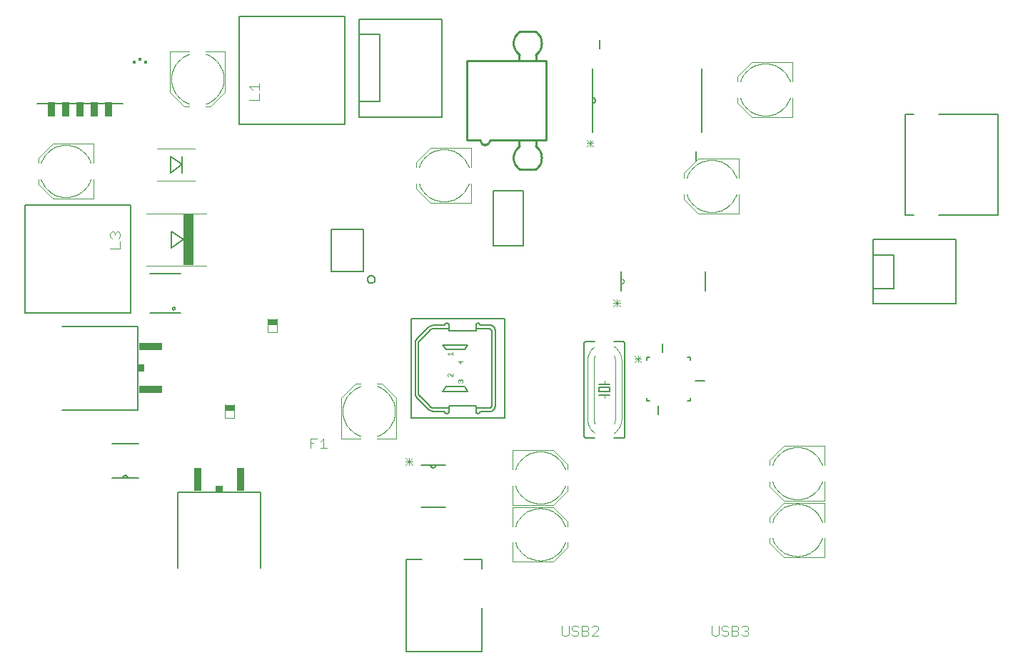
<source format=gto>
G75*
G70*
%OFA0B0*%
%FSLAX24Y24*%
%IPPOS*%
%LPD*%
%AMOC8*
5,1,8,0,0,1.08239X$1,22.5*
%
%ADD10C,0.0040*%
%ADD11C,0.0050*%
%ADD12C,0.0060*%
%ADD13C,0.0030*%
%ADD14C,0.0080*%
%ADD15R,0.0300X0.0340*%
%ADD16R,0.1102X0.0354*%
%ADD17R,0.0340X0.0300*%
%ADD18R,0.0354X0.1102*%
%ADD19R,0.0433X0.0315*%
%ADD20R,0.0380X0.0660*%
%ADD21C,0.0020*%
%ADD22C,0.0000*%
%ADD23C,0.0100*%
%ADD24R,0.0128X0.0167*%
%ADD25R,0.0138X0.0138*%
%ADD26R,0.0492X0.2441*%
D10*
X013870Y011270D02*
X013870Y011730D01*
X014177Y011730D01*
X014330Y011577D02*
X014484Y011730D01*
X014484Y011270D01*
X014637Y011270D02*
X014330Y011270D01*
X014023Y011500D02*
X013870Y011500D01*
X015320Y011720D02*
X015320Y013610D01*
X015990Y014280D01*
X016226Y014280D01*
X016974Y014280D02*
X017210Y014280D01*
X017880Y013610D01*
X017880Y011720D01*
X016974Y011720D01*
X016226Y011720D02*
X015320Y011720D01*
X016974Y011839D02*
X017038Y011861D01*
X017101Y011888D01*
X017163Y011918D01*
X017222Y011951D01*
X017280Y011987D01*
X017336Y012027D01*
X017389Y012070D01*
X017440Y012115D01*
X017488Y012163D01*
X017533Y012214D01*
X017576Y012268D01*
X017615Y012324D01*
X017652Y012381D01*
X017685Y012441D01*
X017714Y012503D01*
X017740Y012566D01*
X017763Y012630D01*
X017782Y012696D01*
X017797Y012763D01*
X017808Y012830D01*
X017816Y012898D01*
X017820Y012966D01*
X017820Y013034D01*
X017816Y013102D01*
X017808Y013170D01*
X017797Y013237D01*
X017782Y013304D01*
X017763Y013370D01*
X017740Y013434D01*
X017714Y013497D01*
X017685Y013559D01*
X017652Y013619D01*
X017615Y013676D01*
X017576Y013732D01*
X017533Y013786D01*
X017488Y013837D01*
X017440Y013885D01*
X017389Y013930D01*
X017336Y013973D01*
X017280Y014013D01*
X017222Y014049D01*
X017163Y014082D01*
X017101Y014112D01*
X017038Y014139D01*
X016974Y014161D01*
X016226Y014161D02*
X016162Y014139D01*
X016099Y014112D01*
X016037Y014082D01*
X015978Y014049D01*
X015920Y014013D01*
X015864Y013973D01*
X015811Y013930D01*
X015760Y013885D01*
X015712Y013837D01*
X015667Y013786D01*
X015624Y013732D01*
X015585Y013676D01*
X015548Y013619D01*
X015515Y013559D01*
X015486Y013497D01*
X015460Y013434D01*
X015437Y013370D01*
X015418Y013304D01*
X015403Y013237D01*
X015392Y013170D01*
X015384Y013102D01*
X015380Y013034D01*
X015380Y012966D01*
X015384Y012898D01*
X015392Y012830D01*
X015403Y012763D01*
X015418Y012696D01*
X015437Y012630D01*
X015460Y012566D01*
X015486Y012503D01*
X015515Y012441D01*
X015548Y012381D01*
X015585Y012324D01*
X015624Y012268D01*
X015667Y012214D01*
X015712Y012163D01*
X015760Y012115D01*
X015811Y012070D01*
X015864Y012027D01*
X015920Y011987D01*
X015978Y011951D01*
X016037Y011918D01*
X016099Y011888D01*
X016162Y011861D01*
X016226Y011839D01*
X010317Y012685D02*
X009883Y012685D01*
X009883Y013315D01*
X010317Y013315D02*
X010317Y012685D01*
X011883Y016685D02*
X011883Y017315D01*
X012317Y017315D02*
X012317Y016685D01*
X011883Y016685D01*
X009002Y019778D02*
X006198Y019778D01*
X004980Y020599D02*
X004980Y020906D01*
X004903Y021060D02*
X004980Y021136D01*
X004980Y021290D01*
X004903Y021367D01*
X004827Y021367D01*
X004750Y021290D01*
X004750Y021213D01*
X004750Y021290D02*
X004673Y021367D01*
X004596Y021367D01*
X004520Y021290D01*
X004520Y021136D01*
X004596Y021060D01*
X004520Y020599D02*
X004980Y020599D01*
X006198Y022222D02*
X009002Y022222D01*
X008490Y023750D02*
X006710Y023750D01*
X006710Y025250D02*
X008490Y025250D01*
X008226Y027220D02*
X007990Y027220D01*
X007320Y027890D01*
X007320Y029780D01*
X008226Y029780D01*
X008974Y029780D02*
X009880Y029780D01*
X009880Y027890D01*
X009210Y027220D01*
X008974Y027220D01*
X008226Y027339D02*
X008162Y027361D01*
X008099Y027388D01*
X008037Y027418D01*
X007978Y027451D01*
X007920Y027487D01*
X007864Y027527D01*
X007811Y027570D01*
X007760Y027615D01*
X007712Y027663D01*
X007667Y027714D01*
X007624Y027768D01*
X007585Y027824D01*
X007548Y027881D01*
X007515Y027941D01*
X007486Y028003D01*
X007460Y028066D01*
X007437Y028130D01*
X007418Y028196D01*
X007403Y028263D01*
X007392Y028330D01*
X007384Y028398D01*
X007380Y028466D01*
X007380Y028534D01*
X007384Y028602D01*
X007392Y028670D01*
X007403Y028737D01*
X007418Y028804D01*
X007437Y028870D01*
X007460Y028934D01*
X007486Y028997D01*
X007515Y029059D01*
X007548Y029119D01*
X007585Y029176D01*
X007624Y029232D01*
X007667Y029286D01*
X007712Y029337D01*
X007760Y029385D01*
X007811Y029430D01*
X007864Y029473D01*
X007920Y029513D01*
X007978Y029549D01*
X008037Y029582D01*
X008099Y029612D01*
X008162Y029639D01*
X008226Y029661D01*
X008974Y029661D02*
X009038Y029639D01*
X009101Y029612D01*
X009163Y029582D01*
X009222Y029549D01*
X009280Y029513D01*
X009336Y029473D01*
X009389Y029430D01*
X009440Y029385D01*
X009488Y029337D01*
X009533Y029286D01*
X009576Y029232D01*
X009615Y029176D01*
X009652Y029119D01*
X009685Y029059D01*
X009714Y028997D01*
X009740Y028934D01*
X009763Y028870D01*
X009782Y028804D01*
X009797Y028737D01*
X009808Y028670D01*
X009816Y028602D01*
X009820Y028534D01*
X009820Y028466D01*
X009816Y028398D01*
X009808Y028330D01*
X009797Y028263D01*
X009782Y028196D01*
X009763Y028130D01*
X009740Y028066D01*
X009714Y028003D01*
X009685Y027941D01*
X009652Y027881D01*
X009615Y027824D01*
X009576Y027768D01*
X009533Y027714D01*
X009488Y027663D01*
X009440Y027615D01*
X009389Y027570D01*
X009336Y027527D01*
X009280Y027487D01*
X009222Y027451D01*
X009163Y027418D01*
X009101Y027388D01*
X009038Y027361D01*
X008974Y027339D01*
X011020Y027520D02*
X011480Y027520D01*
X011480Y027827D01*
X011480Y027980D02*
X011480Y028287D01*
X011480Y028134D02*
X011020Y028134D01*
X011173Y027980D01*
X003730Y025480D02*
X003730Y024574D01*
X003730Y023826D02*
X003730Y022920D01*
X001840Y022920D01*
X001170Y023590D01*
X001170Y023826D01*
X001170Y024574D02*
X001170Y024810D01*
X001840Y025480D01*
X003730Y025480D01*
X003611Y024574D02*
X003589Y024638D01*
X003562Y024701D01*
X003532Y024763D01*
X003499Y024822D01*
X003463Y024880D01*
X003423Y024936D01*
X003380Y024989D01*
X003335Y025040D01*
X003287Y025088D01*
X003236Y025133D01*
X003182Y025176D01*
X003126Y025215D01*
X003069Y025252D01*
X003009Y025285D01*
X002947Y025314D01*
X002884Y025340D01*
X002820Y025363D01*
X002754Y025382D01*
X002687Y025397D01*
X002620Y025408D01*
X002552Y025416D01*
X002484Y025420D01*
X002416Y025420D01*
X002348Y025416D01*
X002280Y025408D01*
X002213Y025397D01*
X002146Y025382D01*
X002080Y025363D01*
X002016Y025340D01*
X001953Y025314D01*
X001891Y025285D01*
X001831Y025252D01*
X001774Y025215D01*
X001718Y025176D01*
X001664Y025133D01*
X001613Y025088D01*
X001565Y025040D01*
X001520Y024989D01*
X001477Y024936D01*
X001437Y024880D01*
X001401Y024822D01*
X001368Y024763D01*
X001338Y024701D01*
X001311Y024638D01*
X001289Y024574D01*
X001289Y023826D02*
X001311Y023762D01*
X001338Y023699D01*
X001368Y023637D01*
X001401Y023578D01*
X001437Y023520D01*
X001477Y023464D01*
X001520Y023411D01*
X001565Y023360D01*
X001613Y023312D01*
X001664Y023267D01*
X001718Y023224D01*
X001774Y023185D01*
X001831Y023148D01*
X001891Y023115D01*
X001953Y023086D01*
X002016Y023060D01*
X002080Y023037D01*
X002146Y023018D01*
X002213Y023003D01*
X002280Y022992D01*
X002348Y022984D01*
X002416Y022980D01*
X002484Y022980D01*
X002552Y022984D01*
X002620Y022992D01*
X002687Y023003D01*
X002754Y023018D01*
X002820Y023037D01*
X002884Y023060D01*
X002947Y023086D01*
X003009Y023115D01*
X003069Y023148D01*
X003126Y023185D01*
X003182Y023224D01*
X003236Y023267D01*
X003287Y023312D01*
X003335Y023360D01*
X003380Y023411D01*
X003423Y023464D01*
X003463Y023520D01*
X003499Y023578D01*
X003532Y023637D01*
X003562Y023699D01*
X003589Y023762D01*
X003611Y023826D01*
X018820Y023626D02*
X018820Y023390D01*
X019490Y022720D01*
X021380Y022720D01*
X021380Y023626D01*
X021380Y024374D02*
X021380Y025280D01*
X019490Y025280D01*
X018820Y024610D01*
X018820Y024374D01*
X018939Y024374D02*
X018961Y024438D01*
X018988Y024501D01*
X019018Y024563D01*
X019051Y024622D01*
X019087Y024680D01*
X019127Y024736D01*
X019170Y024789D01*
X019215Y024840D01*
X019263Y024888D01*
X019314Y024933D01*
X019368Y024976D01*
X019424Y025015D01*
X019481Y025052D01*
X019541Y025085D01*
X019603Y025114D01*
X019666Y025140D01*
X019730Y025163D01*
X019796Y025182D01*
X019863Y025197D01*
X019930Y025208D01*
X019998Y025216D01*
X020066Y025220D01*
X020134Y025220D01*
X020202Y025216D01*
X020270Y025208D01*
X020337Y025197D01*
X020404Y025182D01*
X020470Y025163D01*
X020534Y025140D01*
X020597Y025114D01*
X020659Y025085D01*
X020719Y025052D01*
X020776Y025015D01*
X020832Y024976D01*
X020886Y024933D01*
X020937Y024888D01*
X020985Y024840D01*
X021030Y024789D01*
X021073Y024736D01*
X021113Y024680D01*
X021149Y024622D01*
X021182Y024563D01*
X021212Y024501D01*
X021239Y024438D01*
X021261Y024374D01*
X021261Y023626D02*
X021239Y023562D01*
X021212Y023499D01*
X021182Y023437D01*
X021149Y023378D01*
X021113Y023320D01*
X021073Y023264D01*
X021030Y023211D01*
X020985Y023160D01*
X020937Y023112D01*
X020886Y023067D01*
X020832Y023024D01*
X020776Y022985D01*
X020719Y022948D01*
X020659Y022915D01*
X020597Y022886D01*
X020534Y022860D01*
X020470Y022837D01*
X020404Y022818D01*
X020337Y022803D01*
X020270Y022792D01*
X020202Y022784D01*
X020134Y022780D01*
X020066Y022780D01*
X019998Y022784D01*
X019930Y022792D01*
X019863Y022803D01*
X019796Y022818D01*
X019730Y022837D01*
X019666Y022860D01*
X019603Y022886D01*
X019541Y022915D01*
X019481Y022948D01*
X019424Y022985D01*
X019368Y023024D01*
X019314Y023067D01*
X019263Y023112D01*
X019215Y023160D01*
X019170Y023211D01*
X019127Y023264D01*
X019087Y023320D01*
X019051Y023378D01*
X019018Y023437D01*
X018988Y023499D01*
X018961Y023562D01*
X018939Y023626D01*
X031320Y023874D02*
X031320Y024110D01*
X031990Y024780D01*
X033880Y024780D01*
X033880Y023874D01*
X033880Y023126D02*
X033880Y022220D01*
X031990Y022220D01*
X031320Y022890D01*
X031320Y023126D01*
X031439Y023874D02*
X031461Y023938D01*
X031488Y024001D01*
X031518Y024063D01*
X031551Y024122D01*
X031587Y024180D01*
X031627Y024236D01*
X031670Y024289D01*
X031715Y024340D01*
X031763Y024388D01*
X031814Y024433D01*
X031868Y024476D01*
X031924Y024515D01*
X031981Y024552D01*
X032041Y024585D01*
X032103Y024614D01*
X032166Y024640D01*
X032230Y024663D01*
X032296Y024682D01*
X032363Y024697D01*
X032430Y024708D01*
X032498Y024716D01*
X032566Y024720D01*
X032634Y024720D01*
X032702Y024716D01*
X032770Y024708D01*
X032837Y024697D01*
X032904Y024682D01*
X032970Y024663D01*
X033034Y024640D01*
X033097Y024614D01*
X033159Y024585D01*
X033219Y024552D01*
X033276Y024515D01*
X033332Y024476D01*
X033386Y024433D01*
X033437Y024388D01*
X033485Y024340D01*
X033530Y024289D01*
X033573Y024236D01*
X033613Y024180D01*
X033649Y024122D01*
X033682Y024063D01*
X033712Y024001D01*
X033739Y023938D01*
X033761Y023874D01*
X033761Y023126D02*
X033739Y023062D01*
X033712Y022999D01*
X033682Y022937D01*
X033649Y022878D01*
X033613Y022820D01*
X033573Y022764D01*
X033530Y022711D01*
X033485Y022660D01*
X033437Y022612D01*
X033386Y022567D01*
X033332Y022524D01*
X033276Y022485D01*
X033219Y022448D01*
X033159Y022415D01*
X033097Y022386D01*
X033034Y022360D01*
X032970Y022337D01*
X032904Y022318D01*
X032837Y022303D01*
X032770Y022292D01*
X032702Y022284D01*
X032634Y022280D01*
X032566Y022280D01*
X032498Y022284D01*
X032430Y022292D01*
X032363Y022303D01*
X032296Y022318D01*
X032230Y022337D01*
X032166Y022360D01*
X032103Y022386D01*
X032041Y022415D01*
X031981Y022448D01*
X031924Y022485D01*
X031868Y022524D01*
X031814Y022567D01*
X031763Y022612D01*
X031715Y022660D01*
X031670Y022711D01*
X031627Y022764D01*
X031587Y022820D01*
X031551Y022878D01*
X031518Y022937D01*
X031488Y022999D01*
X031461Y023062D01*
X031439Y023126D01*
X034490Y026720D02*
X033820Y027390D01*
X033820Y027626D01*
X033820Y028374D02*
X033820Y028610D01*
X034490Y029280D01*
X036380Y029280D01*
X036380Y028374D01*
X036380Y027626D02*
X036380Y026720D01*
X034490Y026720D01*
X033939Y028374D02*
X033961Y028438D01*
X033988Y028501D01*
X034018Y028563D01*
X034051Y028622D01*
X034087Y028680D01*
X034127Y028736D01*
X034170Y028789D01*
X034215Y028840D01*
X034263Y028888D01*
X034314Y028933D01*
X034368Y028976D01*
X034424Y029015D01*
X034481Y029052D01*
X034541Y029085D01*
X034603Y029114D01*
X034666Y029140D01*
X034730Y029163D01*
X034796Y029182D01*
X034863Y029197D01*
X034930Y029208D01*
X034998Y029216D01*
X035066Y029220D01*
X035134Y029220D01*
X035202Y029216D01*
X035270Y029208D01*
X035337Y029197D01*
X035404Y029182D01*
X035470Y029163D01*
X035534Y029140D01*
X035597Y029114D01*
X035659Y029085D01*
X035719Y029052D01*
X035776Y029015D01*
X035832Y028976D01*
X035886Y028933D01*
X035937Y028888D01*
X035985Y028840D01*
X036030Y028789D01*
X036073Y028736D01*
X036113Y028680D01*
X036149Y028622D01*
X036182Y028563D01*
X036212Y028501D01*
X036239Y028438D01*
X036261Y028374D01*
X036261Y027626D02*
X036239Y027562D01*
X036212Y027499D01*
X036182Y027437D01*
X036149Y027378D01*
X036113Y027320D01*
X036073Y027264D01*
X036030Y027211D01*
X035985Y027160D01*
X035937Y027112D01*
X035886Y027067D01*
X035832Y027024D01*
X035776Y026985D01*
X035719Y026948D01*
X035659Y026915D01*
X035597Y026886D01*
X035534Y026860D01*
X035470Y026837D01*
X035404Y026818D01*
X035337Y026803D01*
X035270Y026792D01*
X035202Y026784D01*
X035134Y026780D01*
X035066Y026780D01*
X034998Y026784D01*
X034930Y026792D01*
X034863Y026803D01*
X034796Y026818D01*
X034730Y026837D01*
X034666Y026860D01*
X034603Y026886D01*
X034541Y026915D01*
X034481Y026948D01*
X034424Y026985D01*
X034368Y027024D01*
X034314Y027067D01*
X034263Y027112D01*
X034215Y027160D01*
X034170Y027211D01*
X034127Y027264D01*
X034087Y027320D01*
X034051Y027378D01*
X034018Y027437D01*
X033988Y027499D01*
X033961Y027562D01*
X033939Y027626D01*
X035990Y011380D02*
X037880Y011380D01*
X037880Y010474D01*
X037880Y009726D02*
X037880Y008820D01*
X035990Y008820D01*
X035320Y009490D01*
X035320Y009726D01*
X035990Y008730D02*
X037880Y008730D01*
X037880Y007824D01*
X037880Y007076D02*
X037880Y006170D01*
X035990Y006170D01*
X035320Y006840D01*
X035320Y007076D01*
X035320Y007824D02*
X035320Y008060D01*
X035990Y008730D01*
X035439Y010474D02*
X035461Y010538D01*
X035488Y010601D01*
X035518Y010663D01*
X035551Y010722D01*
X035587Y010780D01*
X035627Y010836D01*
X035670Y010889D01*
X035715Y010940D01*
X035763Y010988D01*
X035814Y011033D01*
X035868Y011076D01*
X035924Y011115D01*
X035981Y011152D01*
X036041Y011185D01*
X036103Y011214D01*
X036166Y011240D01*
X036230Y011263D01*
X036296Y011282D01*
X036363Y011297D01*
X036430Y011308D01*
X036498Y011316D01*
X036566Y011320D01*
X036634Y011320D01*
X036702Y011316D01*
X036770Y011308D01*
X036837Y011297D01*
X036904Y011282D01*
X036970Y011263D01*
X037034Y011240D01*
X037097Y011214D01*
X037159Y011185D01*
X037219Y011152D01*
X037276Y011115D01*
X037332Y011076D01*
X037386Y011033D01*
X037437Y010988D01*
X037485Y010940D01*
X037530Y010889D01*
X037573Y010836D01*
X037613Y010780D01*
X037649Y010722D01*
X037682Y010663D01*
X037712Y010601D01*
X037739Y010538D01*
X037761Y010474D01*
X037761Y009726D02*
X037739Y009662D01*
X037712Y009599D01*
X037682Y009537D01*
X037649Y009478D01*
X037613Y009420D01*
X037573Y009364D01*
X037530Y009311D01*
X037485Y009260D01*
X037437Y009212D01*
X037386Y009167D01*
X037332Y009124D01*
X037276Y009085D01*
X037219Y009048D01*
X037159Y009015D01*
X037097Y008986D01*
X037034Y008960D01*
X036970Y008937D01*
X036904Y008918D01*
X036837Y008903D01*
X036770Y008892D01*
X036702Y008884D01*
X036634Y008880D01*
X036566Y008880D01*
X036498Y008884D01*
X036430Y008892D01*
X036363Y008903D01*
X036296Y008918D01*
X036230Y008937D01*
X036166Y008960D01*
X036103Y008986D01*
X036041Y009015D01*
X035981Y009048D01*
X035924Y009085D01*
X035868Y009124D01*
X035814Y009167D01*
X035763Y009212D01*
X035715Y009260D01*
X035670Y009311D01*
X035627Y009364D01*
X035587Y009420D01*
X035551Y009478D01*
X035518Y009537D01*
X035488Y009599D01*
X035461Y009662D01*
X035439Y009726D01*
X035320Y010474D02*
X035320Y010710D01*
X035990Y011380D01*
X035439Y007076D02*
X035461Y007012D01*
X035488Y006949D01*
X035518Y006887D01*
X035551Y006828D01*
X035587Y006770D01*
X035627Y006714D01*
X035670Y006661D01*
X035715Y006610D01*
X035763Y006562D01*
X035814Y006517D01*
X035868Y006474D01*
X035924Y006435D01*
X035981Y006398D01*
X036041Y006365D01*
X036103Y006336D01*
X036166Y006310D01*
X036230Y006287D01*
X036296Y006268D01*
X036363Y006253D01*
X036430Y006242D01*
X036498Y006234D01*
X036566Y006230D01*
X036634Y006230D01*
X036702Y006234D01*
X036770Y006242D01*
X036837Y006253D01*
X036904Y006268D01*
X036970Y006287D01*
X037034Y006310D01*
X037097Y006336D01*
X037159Y006365D01*
X037219Y006398D01*
X037276Y006435D01*
X037332Y006474D01*
X037386Y006517D01*
X037437Y006562D01*
X037485Y006610D01*
X037530Y006661D01*
X037573Y006714D01*
X037613Y006770D01*
X037649Y006828D01*
X037682Y006887D01*
X037712Y006949D01*
X037739Y007012D01*
X037761Y007076D01*
X037761Y007824D02*
X037739Y007888D01*
X037712Y007951D01*
X037682Y008013D01*
X037649Y008072D01*
X037613Y008130D01*
X037573Y008186D01*
X037530Y008239D01*
X037485Y008290D01*
X037437Y008338D01*
X037386Y008383D01*
X037332Y008426D01*
X037276Y008465D01*
X037219Y008502D01*
X037159Y008535D01*
X037097Y008564D01*
X037034Y008590D01*
X036970Y008613D01*
X036904Y008632D01*
X036837Y008647D01*
X036770Y008658D01*
X036702Y008666D01*
X036634Y008670D01*
X036566Y008670D01*
X036498Y008666D01*
X036430Y008658D01*
X036363Y008647D01*
X036296Y008632D01*
X036230Y008613D01*
X036166Y008590D01*
X036103Y008564D01*
X036041Y008535D01*
X035981Y008502D01*
X035924Y008465D01*
X035868Y008426D01*
X035814Y008383D01*
X035763Y008338D01*
X035715Y008290D01*
X035670Y008239D01*
X035627Y008186D01*
X035587Y008130D01*
X035551Y008072D01*
X035518Y008013D01*
X035488Y007951D01*
X035461Y007888D01*
X035439Y007824D01*
X034231Y002980D02*
X034308Y002904D01*
X034308Y002827D01*
X034231Y002750D01*
X034308Y002673D01*
X034308Y002597D01*
X034231Y002520D01*
X034078Y002520D01*
X034001Y002597D01*
X033848Y002597D02*
X033771Y002520D01*
X033541Y002520D01*
X033541Y002980D01*
X033771Y002980D01*
X033848Y002904D01*
X033848Y002827D01*
X033771Y002750D01*
X033541Y002750D01*
X033387Y002673D02*
X033387Y002597D01*
X033311Y002520D01*
X033157Y002520D01*
X033080Y002597D01*
X032927Y002597D02*
X032927Y002980D01*
X033080Y002904D02*
X033080Y002827D01*
X033157Y002750D01*
X033311Y002750D01*
X033387Y002673D01*
X033387Y002904D02*
X033311Y002980D01*
X033157Y002980D01*
X033080Y002904D01*
X032927Y002597D02*
X032850Y002520D01*
X032697Y002520D01*
X032620Y002597D01*
X032620Y002980D01*
X033771Y002750D02*
X033848Y002673D01*
X033848Y002597D01*
X034155Y002750D02*
X034231Y002750D01*
X034231Y002980D02*
X034078Y002980D01*
X034001Y002904D01*
X027308Y002904D02*
X027231Y002980D01*
X027078Y002980D01*
X027001Y002904D01*
X026848Y002904D02*
X026848Y002827D01*
X026771Y002750D01*
X026541Y002750D01*
X026387Y002673D02*
X026387Y002597D01*
X026311Y002520D01*
X026157Y002520D01*
X026080Y002597D01*
X025927Y002597D02*
X025927Y002980D01*
X026080Y002904D02*
X026080Y002827D01*
X026157Y002750D01*
X026311Y002750D01*
X026387Y002673D01*
X026541Y002520D02*
X026541Y002980D01*
X026771Y002980D01*
X026848Y002904D01*
X026771Y002750D02*
X026848Y002673D01*
X026848Y002597D01*
X026771Y002520D01*
X026541Y002520D01*
X026387Y002904D02*
X026311Y002980D01*
X026157Y002980D01*
X026080Y002904D01*
X025927Y002597D02*
X025850Y002520D01*
X025697Y002520D01*
X025620Y002597D01*
X025620Y002980D01*
X027001Y002520D02*
X027308Y002827D01*
X027308Y002904D01*
X027308Y002520D02*
X027001Y002520D01*
X025210Y005970D02*
X023320Y005970D01*
X023320Y006876D01*
X023320Y007624D02*
X023320Y008530D01*
X025210Y008530D01*
X025880Y007860D01*
X025880Y007624D01*
X025880Y006876D02*
X025880Y006640D01*
X025210Y005970D01*
X025761Y007624D02*
X025739Y007688D01*
X025712Y007751D01*
X025682Y007813D01*
X025649Y007872D01*
X025613Y007930D01*
X025573Y007986D01*
X025530Y008039D01*
X025485Y008090D01*
X025437Y008138D01*
X025386Y008183D01*
X025332Y008226D01*
X025276Y008265D01*
X025219Y008302D01*
X025159Y008335D01*
X025097Y008364D01*
X025034Y008390D01*
X024970Y008413D01*
X024904Y008432D01*
X024837Y008447D01*
X024770Y008458D01*
X024702Y008466D01*
X024634Y008470D01*
X024566Y008470D01*
X024498Y008466D01*
X024430Y008458D01*
X024363Y008447D01*
X024296Y008432D01*
X024230Y008413D01*
X024166Y008390D01*
X024103Y008364D01*
X024041Y008335D01*
X023981Y008302D01*
X023924Y008265D01*
X023868Y008226D01*
X023814Y008183D01*
X023763Y008138D01*
X023715Y008090D01*
X023670Y008039D01*
X023627Y007986D01*
X023587Y007930D01*
X023551Y007872D01*
X023518Y007813D01*
X023488Y007751D01*
X023461Y007688D01*
X023439Y007624D01*
X023320Y008620D02*
X023320Y009526D01*
X023320Y010274D02*
X023320Y011180D01*
X025210Y011180D01*
X025880Y010510D01*
X025880Y010274D01*
X025880Y009526D02*
X025880Y009290D01*
X025210Y008620D01*
X023320Y008620D01*
X023439Y010274D02*
X023461Y010338D01*
X023488Y010401D01*
X023518Y010463D01*
X023551Y010522D01*
X023587Y010580D01*
X023627Y010636D01*
X023670Y010689D01*
X023715Y010740D01*
X023763Y010788D01*
X023814Y010833D01*
X023868Y010876D01*
X023924Y010915D01*
X023981Y010952D01*
X024041Y010985D01*
X024103Y011014D01*
X024166Y011040D01*
X024230Y011063D01*
X024296Y011082D01*
X024363Y011097D01*
X024430Y011108D01*
X024498Y011116D01*
X024566Y011120D01*
X024634Y011120D01*
X024702Y011116D01*
X024770Y011108D01*
X024837Y011097D01*
X024904Y011082D01*
X024970Y011063D01*
X025034Y011040D01*
X025097Y011014D01*
X025159Y010985D01*
X025219Y010952D01*
X025276Y010915D01*
X025332Y010876D01*
X025386Y010833D01*
X025437Y010788D01*
X025485Y010740D01*
X025530Y010689D01*
X025573Y010636D01*
X025613Y010580D01*
X025649Y010522D01*
X025682Y010463D01*
X025712Y010401D01*
X025739Y010338D01*
X025761Y010274D01*
X025761Y009526D02*
X025739Y009462D01*
X025712Y009399D01*
X025682Y009337D01*
X025649Y009278D01*
X025613Y009220D01*
X025573Y009164D01*
X025530Y009111D01*
X025485Y009060D01*
X025437Y009012D01*
X025386Y008967D01*
X025332Y008924D01*
X025276Y008885D01*
X025219Y008848D01*
X025159Y008815D01*
X025097Y008786D01*
X025034Y008760D01*
X024970Y008737D01*
X024904Y008718D01*
X024837Y008703D01*
X024770Y008692D01*
X024702Y008684D01*
X024634Y008680D01*
X024566Y008680D01*
X024498Y008684D01*
X024430Y008692D01*
X024363Y008703D01*
X024296Y008718D01*
X024230Y008737D01*
X024166Y008760D01*
X024103Y008786D01*
X024041Y008815D01*
X023981Y008848D01*
X023924Y008885D01*
X023868Y008924D01*
X023814Y008967D01*
X023763Y009012D01*
X023715Y009060D01*
X023670Y009111D01*
X023627Y009164D01*
X023587Y009220D01*
X023551Y009278D01*
X023518Y009337D01*
X023488Y009399D01*
X023461Y009462D01*
X023439Y009526D01*
X023439Y006876D02*
X023461Y006812D01*
X023488Y006749D01*
X023518Y006687D01*
X023551Y006628D01*
X023587Y006570D01*
X023627Y006514D01*
X023670Y006461D01*
X023715Y006410D01*
X023763Y006362D01*
X023814Y006317D01*
X023868Y006274D01*
X023924Y006235D01*
X023981Y006198D01*
X024041Y006165D01*
X024103Y006136D01*
X024166Y006110D01*
X024230Y006087D01*
X024296Y006068D01*
X024363Y006053D01*
X024430Y006042D01*
X024498Y006034D01*
X024566Y006030D01*
X024634Y006030D01*
X024702Y006034D01*
X024770Y006042D01*
X024837Y006053D01*
X024904Y006068D01*
X024970Y006087D01*
X025034Y006110D01*
X025097Y006136D01*
X025159Y006165D01*
X025219Y006198D01*
X025276Y006235D01*
X025332Y006274D01*
X025386Y006317D01*
X025437Y006362D01*
X025485Y006410D01*
X025530Y006461D01*
X025573Y006514D01*
X025613Y006570D01*
X025649Y006628D01*
X025682Y006687D01*
X025712Y006749D01*
X025739Y006812D01*
X025761Y006876D01*
D11*
X005461Y017571D02*
X005461Y022610D01*
X000539Y022610D01*
X000539Y017571D01*
X005461Y017571D01*
X010539Y026390D02*
X015461Y026390D01*
X015461Y031429D01*
X010539Y031429D01*
X010539Y026390D01*
D12*
X014859Y021490D02*
X014859Y019510D01*
X016341Y019510D01*
X016341Y021490D01*
X014859Y021490D01*
X016530Y019151D02*
X016532Y019177D01*
X016538Y019203D01*
X016547Y019227D01*
X016560Y019250D01*
X016576Y019271D01*
X016595Y019289D01*
X016616Y019305D01*
X016640Y019317D01*
X016664Y019325D01*
X016690Y019330D01*
X016717Y019331D01*
X016743Y019328D01*
X016768Y019321D01*
X016792Y019311D01*
X016815Y019297D01*
X016835Y019281D01*
X016852Y019261D01*
X016867Y019239D01*
X016878Y019215D01*
X016886Y019190D01*
X016890Y019164D01*
X016890Y019138D01*
X016886Y019112D01*
X016878Y019087D01*
X016867Y019063D01*
X016852Y019041D01*
X016835Y019021D01*
X016815Y019005D01*
X016792Y018991D01*
X016768Y018981D01*
X016743Y018974D01*
X016717Y018971D01*
X016690Y018972D01*
X016664Y018977D01*
X016640Y018985D01*
X016616Y018997D01*
X016595Y019013D01*
X016576Y019031D01*
X016560Y019052D01*
X016547Y019075D01*
X016538Y019099D01*
X016532Y019125D01*
X016530Y019151D01*
X007810Y019430D02*
X006390Y019430D01*
X006390Y017570D02*
X007810Y017570D01*
X005844Y011492D02*
X004624Y011492D01*
X004624Y009886D02*
X005114Y009886D01*
X005354Y009886D01*
X005844Y009886D01*
X005354Y009886D02*
X005352Y009907D01*
X005347Y009927D01*
X005338Y009946D01*
X005326Y009963D01*
X005311Y009978D01*
X005294Y009990D01*
X005275Y009999D01*
X005255Y010004D01*
X005234Y010006D01*
X005213Y010004D01*
X005193Y009999D01*
X005174Y009990D01*
X005157Y009978D01*
X005142Y009963D01*
X005130Y009946D01*
X005121Y009927D01*
X005116Y009907D01*
X005114Y009886D01*
X019040Y010480D02*
X019480Y010480D01*
X019720Y010480D01*
X020160Y010480D01*
X019720Y010480D02*
X019718Y010459D01*
X019713Y010439D01*
X019704Y010420D01*
X019692Y010403D01*
X019677Y010388D01*
X019660Y010376D01*
X019641Y010367D01*
X019621Y010362D01*
X019600Y010360D01*
X019579Y010362D01*
X019559Y010367D01*
X019540Y010376D01*
X019523Y010388D01*
X019508Y010403D01*
X019496Y010420D01*
X019487Y010439D01*
X019482Y010459D01*
X019480Y010480D01*
X019040Y008520D02*
X020160Y008520D01*
X026650Y011850D02*
X026650Y016150D01*
X026652Y016167D01*
X026656Y016184D01*
X026663Y016200D01*
X026673Y016214D01*
X026686Y016227D01*
X026700Y016237D01*
X026716Y016244D01*
X026733Y016248D01*
X026750Y016250D01*
X027150Y016250D01*
X028050Y016250D02*
X028450Y016250D01*
X028467Y016248D01*
X028484Y016244D01*
X028500Y016237D01*
X028514Y016227D01*
X028527Y016214D01*
X028537Y016200D01*
X028544Y016184D01*
X028548Y016167D01*
X028550Y016150D01*
X028550Y011850D01*
X028548Y011833D01*
X028544Y011816D01*
X028537Y011800D01*
X028527Y011786D01*
X028514Y011773D01*
X028500Y011763D01*
X028484Y011756D01*
X028467Y011752D01*
X028450Y011750D01*
X028050Y011750D01*
X027150Y011750D02*
X026750Y011750D01*
X026733Y011752D01*
X026716Y011756D01*
X026700Y011763D01*
X026686Y011773D01*
X026673Y011786D01*
X026663Y011800D01*
X026656Y011816D01*
X026652Y011833D01*
X026650Y011850D01*
X027350Y013750D02*
X027600Y013750D01*
X027850Y013750D01*
X027850Y013900D02*
X027850Y014100D01*
X027350Y014100D01*
X027350Y013900D01*
X027850Y013900D01*
X027850Y014250D02*
X027600Y014250D01*
X027350Y014250D01*
X029590Y013620D02*
X029590Y013490D01*
X029720Y013490D01*
X030110Y013260D02*
X030110Y012850D01*
X031480Y013490D02*
X031610Y013490D01*
X031610Y013620D01*
X031850Y014400D02*
X032260Y014400D01*
X031610Y015380D02*
X031610Y015510D01*
X031480Y015510D01*
X030310Y015760D02*
X030310Y016160D01*
X029720Y015510D02*
X029590Y015510D01*
X029590Y015380D01*
X028380Y018600D02*
X028380Y018940D01*
X028380Y019180D01*
X028380Y019510D01*
X032320Y019510D02*
X032320Y018600D01*
X031870Y024680D02*
X031870Y025100D01*
X032150Y026010D02*
X032150Y028990D01*
X027360Y029900D02*
X027360Y030320D01*
X027050Y028990D02*
X027050Y027620D01*
X027050Y027380D01*
X027050Y026010D01*
X027050Y027380D02*
X027071Y027382D01*
X027091Y027387D01*
X027110Y027396D01*
X027127Y027408D01*
X027142Y027423D01*
X027154Y027440D01*
X027163Y027459D01*
X027168Y027479D01*
X027170Y027500D01*
X027168Y027521D01*
X027163Y027541D01*
X027154Y027560D01*
X027142Y027577D01*
X027127Y027592D01*
X027110Y027604D01*
X027091Y027613D01*
X027071Y027618D01*
X027050Y027620D01*
D13*
X027087Y025659D02*
X026773Y025345D01*
X026930Y025345D02*
X026930Y025659D01*
X026773Y025659D02*
X027087Y025345D01*
X027087Y025502D02*
X026773Y025502D01*
X028023Y018209D02*
X028337Y017895D01*
X028337Y018052D02*
X028023Y018052D01*
X028023Y017895D02*
X028337Y018209D01*
X028180Y018209D02*
X028180Y017895D01*
X029005Y015597D02*
X029319Y015283D01*
X029162Y015283D02*
X029162Y015597D01*
X029319Y015597D02*
X029005Y015283D01*
X029005Y015440D02*
X029319Y015440D01*
X018629Y010807D02*
X018315Y010493D01*
X018472Y010493D02*
X018472Y010807D01*
X018315Y010807D02*
X018629Y010493D01*
X018629Y010650D02*
X018315Y010650D01*
D14*
X007664Y009224D02*
X007664Y005679D01*
X011536Y005679D02*
X011536Y009224D01*
X007664Y009224D01*
X005824Y013064D02*
X002279Y013064D01*
X005824Y013064D02*
X005824Y016936D01*
X002279Y016936D01*
X007433Y017790D02*
X007435Y017805D01*
X007441Y017818D01*
X007450Y017830D01*
X007461Y017839D01*
X007475Y017845D01*
X007490Y017847D01*
X007505Y017845D01*
X007518Y017839D01*
X007530Y017830D01*
X007539Y017819D01*
X007545Y017805D01*
X007547Y017790D01*
X007545Y017775D01*
X007539Y017762D01*
X007530Y017750D01*
X007519Y017741D01*
X007505Y017735D01*
X007490Y017733D01*
X007475Y017735D01*
X007462Y017741D01*
X007450Y017750D01*
X007441Y017761D01*
X007435Y017775D01*
X007433Y017790D01*
X007386Y020606D02*
X007386Y021394D01*
X007927Y021000D01*
X007386Y020606D01*
X007347Y024106D02*
X007347Y024894D01*
X007887Y024500D01*
X007347Y024106D01*
X007887Y024106D02*
X007887Y024894D01*
X005106Y027366D02*
X001094Y027366D01*
X016151Y027439D02*
X016151Y026730D01*
X020000Y026730D01*
X020000Y031280D01*
X016151Y031280D01*
X016151Y030571D01*
X017106Y030571D01*
X017106Y027439D01*
X016151Y027439D01*
X016151Y030571D01*
X022400Y023290D02*
X022400Y020710D01*
X023800Y020710D01*
X023800Y023290D01*
X022400Y023290D01*
X022948Y017333D02*
X018578Y017333D01*
X018578Y012667D01*
X022948Y012667D01*
X022948Y017333D01*
X022508Y016726D02*
X022508Y013274D01*
X022350Y013314D02*
X022350Y016686D01*
X022509Y016726D02*
X022507Y016759D01*
X022502Y016792D01*
X022492Y016824D01*
X022479Y016855D01*
X022463Y016885D01*
X022444Y016912D01*
X022422Y016937D01*
X022397Y016959D01*
X022370Y016978D01*
X022340Y016994D01*
X022309Y017007D01*
X022277Y017017D01*
X022244Y017022D01*
X022211Y017024D01*
X022211Y017023D02*
X021794Y017023D01*
X021788Y017042D01*
X021779Y017059D01*
X021767Y017074D01*
X021751Y017086D01*
X021734Y017095D01*
X021715Y017101D01*
X021696Y017103D01*
X021676Y017101D01*
X021658Y017095D01*
X021640Y017086D01*
X021625Y017074D01*
X021613Y017059D01*
X021604Y017041D01*
X021598Y017022D01*
X021596Y017003D01*
X021596Y016745D01*
X020346Y016745D01*
X020346Y016864D01*
X019652Y016864D01*
X019712Y017023D02*
X020128Y017023D01*
X020133Y017041D01*
X020141Y017059D01*
X020152Y017074D01*
X020166Y017088D01*
X020181Y017099D01*
X020199Y017107D01*
X020217Y017111D01*
X020236Y017113D01*
X020255Y017111D01*
X020274Y017106D01*
X020291Y017098D01*
X020307Y017087D01*
X020320Y017074D01*
X020331Y017058D01*
X020339Y017041D01*
X020344Y017022D01*
X020346Y017003D01*
X020346Y016884D01*
X019652Y016865D02*
X019621Y016863D01*
X019591Y016858D01*
X019561Y016850D01*
X019532Y016839D01*
X019505Y016825D01*
X019479Y016808D01*
X019455Y016788D01*
X019434Y016766D01*
X019434Y016765D02*
X018998Y016329D01*
X018879Y016428D02*
X019315Y016864D01*
X019316Y016864D02*
X019348Y016894D01*
X019383Y016921D01*
X019419Y016945D01*
X019458Y016966D01*
X019498Y016984D01*
X019539Y016999D01*
X019581Y017010D01*
X019625Y017018D01*
X019668Y017022D01*
X019712Y017023D01*
X020049Y016091D02*
X020207Y015873D01*
X021060Y015873D01*
X021219Y016091D01*
X020049Y016091D01*
X018879Y016428D02*
X018852Y016397D01*
X018828Y016364D01*
X018808Y016328D01*
X018791Y016291D01*
X018777Y016252D01*
X018768Y016213D01*
X018762Y016172D01*
X018760Y016131D01*
X018760Y013869D01*
X018918Y013869D02*
X018918Y016131D01*
X018918Y016130D02*
X018917Y016158D01*
X018920Y016185D01*
X018925Y016213D01*
X018934Y016239D01*
X018946Y016264D01*
X018960Y016287D01*
X018978Y016309D01*
X018997Y016329D01*
X021616Y016864D02*
X022171Y016864D01*
X022171Y016865D02*
X022196Y016863D01*
X022221Y016858D01*
X022245Y016849D01*
X022268Y016837D01*
X022288Y016821D01*
X022306Y016803D01*
X022322Y016783D01*
X022334Y016760D01*
X022343Y016736D01*
X022348Y016711D01*
X022350Y016686D01*
X021060Y014147D02*
X020207Y014147D01*
X020049Y013929D01*
X021219Y013929D01*
X021060Y014147D01*
X022171Y013135D02*
X022196Y013137D01*
X022221Y013142D01*
X022245Y013151D01*
X022268Y013163D01*
X022288Y013179D01*
X022306Y013197D01*
X022322Y013217D01*
X022334Y013240D01*
X022343Y013264D01*
X022348Y013289D01*
X022350Y013314D01*
X022509Y013274D02*
X022507Y013241D01*
X022502Y013208D01*
X022492Y013176D01*
X022479Y013145D01*
X022463Y013115D01*
X022444Y013088D01*
X022422Y013063D01*
X022397Y013041D01*
X022370Y013022D01*
X022340Y013006D01*
X022309Y012993D01*
X022277Y012983D01*
X022244Y012978D01*
X022211Y012976D01*
X022211Y012977D02*
X021794Y012977D01*
X021788Y012958D01*
X021779Y012941D01*
X021767Y012926D01*
X021751Y012914D01*
X021734Y012905D01*
X021715Y012899D01*
X021696Y012897D01*
X021676Y012899D01*
X021658Y012905D01*
X021640Y012914D01*
X021625Y012926D01*
X021613Y012941D01*
X021604Y012959D01*
X021598Y012978D01*
X021596Y012997D01*
X021596Y013255D01*
X020346Y013255D01*
X020346Y013136D01*
X019652Y013136D01*
X019712Y012977D02*
X020128Y012977D01*
X020133Y012959D01*
X020141Y012941D01*
X020152Y012926D01*
X020166Y012912D01*
X020181Y012901D01*
X020199Y012893D01*
X020217Y012889D01*
X020236Y012887D01*
X020255Y012889D01*
X020274Y012894D01*
X020291Y012902D01*
X020307Y012913D01*
X020320Y012926D01*
X020331Y012942D01*
X020339Y012959D01*
X020344Y012978D01*
X020346Y012997D01*
X020346Y013116D01*
X019652Y013135D02*
X019621Y013137D01*
X019591Y013142D01*
X019561Y013150D01*
X019532Y013161D01*
X019505Y013175D01*
X019479Y013192D01*
X019455Y013212D01*
X019434Y013234D01*
X019434Y013235D02*
X018998Y013671D01*
X018879Y013572D02*
X019315Y013136D01*
X019316Y013136D02*
X019348Y013106D01*
X019383Y013079D01*
X019419Y013055D01*
X019458Y013034D01*
X019498Y013016D01*
X019539Y013001D01*
X019581Y012990D01*
X019625Y012982D01*
X019668Y012978D01*
X019712Y012977D01*
X018879Y013572D02*
X018852Y013603D01*
X018828Y013636D01*
X018808Y013672D01*
X018791Y013709D01*
X018777Y013748D01*
X018768Y013787D01*
X018762Y013828D01*
X018760Y013869D01*
X018918Y013870D02*
X018917Y013842D01*
X018920Y013815D01*
X018925Y013787D01*
X018934Y013761D01*
X018946Y013736D01*
X018960Y013713D01*
X018978Y013691D01*
X018997Y013671D01*
X021616Y013136D02*
X022171Y013136D01*
X021872Y006091D02*
X021045Y006091D01*
X021872Y006091D02*
X021872Y005657D01*
X021872Y003807D02*
X021872Y001799D01*
X018328Y001799D01*
X018328Y006091D01*
X019076Y006091D01*
X040151Y018010D02*
X044000Y018010D01*
X044000Y021000D01*
X040151Y021000D01*
X040151Y020291D01*
X041106Y020291D01*
X041106Y018719D01*
X040151Y018719D01*
X040151Y018010D01*
X040151Y018719D02*
X040151Y020291D01*
X041647Y022138D02*
X042041Y022138D01*
X041647Y022138D02*
X041647Y026862D01*
X042041Y026862D01*
X043222Y026862D02*
X045978Y026862D01*
X045978Y022138D01*
X043222Y022138D01*
D15*
X005990Y015000D03*
D16*
X006415Y014000D03*
X006415Y016000D03*
D17*
X009600Y009390D03*
D18*
X008600Y009815D03*
X010600Y009815D03*
D19*
X010100Y013157D03*
X012100Y017157D03*
D20*
X004440Y027070D03*
X003770Y027070D03*
X003100Y027070D03*
X002430Y027070D03*
X001760Y027070D03*
D21*
X020279Y015674D02*
X020499Y015674D01*
X020499Y015601D02*
X020499Y015747D01*
X020353Y015601D02*
X020279Y015674D01*
X020771Y015317D02*
X020881Y015207D01*
X020881Y015354D01*
X020771Y015317D02*
X020992Y015317D01*
X020499Y014763D02*
X020499Y014616D01*
X020353Y014763D01*
X020316Y014763D01*
X020279Y014726D01*
X020279Y014653D01*
X020316Y014616D01*
X020771Y014431D02*
X020808Y014468D01*
X020845Y014468D01*
X020881Y014431D01*
X020918Y014468D01*
X020955Y014468D01*
X020992Y014431D01*
X020992Y014358D01*
X020955Y014321D01*
X020881Y014394D02*
X020881Y014431D01*
X020771Y014431D02*
X020771Y014358D01*
X020808Y014321D01*
X026800Y015350D02*
X026800Y012650D01*
X027100Y012650D02*
X027100Y015350D01*
X028050Y016011D02*
X028095Y015979D01*
X028137Y015943D01*
X028177Y015904D01*
X028214Y015863D01*
X028248Y015819D01*
X028279Y015772D01*
X028307Y015724D01*
X028331Y015674D01*
X028352Y015623D01*
X028369Y015570D01*
X028383Y015516D01*
X028392Y015461D01*
X028398Y015406D01*
X028400Y015350D01*
X028400Y012650D01*
X028100Y012650D02*
X028100Y015350D01*
X028099Y015388D01*
X028094Y015425D01*
X028087Y015462D01*
X028078Y015498D01*
X028065Y015534D01*
X028050Y015568D01*
X027150Y016011D02*
X027105Y015979D01*
X027063Y015943D01*
X027023Y015904D01*
X026986Y015862D01*
X026952Y015819D01*
X026921Y015772D01*
X026893Y015724D01*
X026869Y015674D01*
X026848Y015623D01*
X026831Y015570D01*
X026817Y015516D01*
X026808Y015461D01*
X026802Y015406D01*
X026800Y015350D01*
X027100Y015350D02*
X027101Y015388D01*
X027106Y015425D01*
X027113Y015462D01*
X027122Y015498D01*
X027135Y015534D01*
X027150Y015568D01*
X027600Y014400D02*
X027600Y014250D01*
X027600Y013750D02*
X027600Y013600D01*
X026800Y012650D02*
X026802Y012594D01*
X026808Y012539D01*
X026817Y012484D01*
X026831Y012430D01*
X026848Y012377D01*
X026869Y012326D01*
X026893Y012276D01*
X026921Y012228D01*
X026952Y012181D01*
X026986Y012137D01*
X027023Y012096D01*
X027063Y012057D01*
X027105Y012021D01*
X027150Y011989D01*
X028050Y011989D02*
X028095Y012021D01*
X028137Y012057D01*
X028177Y012096D01*
X028214Y012138D01*
X028248Y012181D01*
X028279Y012228D01*
X028307Y012276D01*
X028331Y012326D01*
X028352Y012377D01*
X028369Y012430D01*
X028383Y012484D01*
X028392Y012539D01*
X028398Y012594D01*
X028400Y012650D01*
X028100Y012650D02*
X028099Y012612D01*
X028094Y012575D01*
X028087Y012538D01*
X028078Y012502D01*
X028065Y012466D01*
X028050Y012432D01*
X027150Y012432D02*
X027135Y012466D01*
X027122Y012502D01*
X027113Y012538D01*
X027106Y012575D01*
X027101Y012612D01*
X027100Y012650D01*
D22*
X028380Y018940D02*
X028401Y018942D01*
X028421Y018947D01*
X028440Y018956D01*
X028457Y018968D01*
X028472Y018983D01*
X028484Y019000D01*
X028493Y019019D01*
X028498Y019039D01*
X028500Y019060D01*
X028498Y019081D01*
X028493Y019101D01*
X028484Y019120D01*
X028472Y019137D01*
X028457Y019152D01*
X028440Y019164D01*
X028421Y019173D01*
X028401Y019178D01*
X028380Y019180D01*
D23*
X024360Y024272D02*
X023651Y024272D01*
X024360Y024272D02*
X024401Y024301D01*
X024440Y024333D01*
X024477Y024368D01*
X024510Y024405D01*
X024541Y024445D01*
X024568Y024487D01*
X024593Y024531D01*
X024613Y024577D01*
X024630Y024625D01*
X024644Y024673D01*
X024653Y024723D01*
X024659Y024773D01*
X024661Y024823D01*
X024659Y024873D01*
X024653Y024923D01*
X024644Y024973D01*
X024630Y025021D01*
X024613Y025069D01*
X024593Y025115D01*
X024568Y025159D01*
X024541Y025201D01*
X024510Y025241D01*
X024477Y025278D01*
X024440Y025313D01*
X024401Y025345D01*
X024360Y025374D01*
X024399Y025335D02*
X024399Y025610D01*
X024872Y025650D02*
X022234Y025650D01*
X022232Y025622D01*
X022227Y025594D01*
X022217Y025567D01*
X022205Y025542D01*
X022189Y025518D01*
X022170Y025497D01*
X022149Y025478D01*
X022126Y025462D01*
X022100Y025450D01*
X022073Y025440D01*
X022045Y025435D01*
X022017Y025433D01*
X021989Y025435D01*
X021961Y025440D01*
X021934Y025450D01*
X021909Y025462D01*
X021885Y025478D01*
X021864Y025497D01*
X021845Y025518D01*
X021829Y025542D01*
X021817Y025567D01*
X021807Y025594D01*
X021802Y025622D01*
X021800Y025650D01*
X021801Y025650D02*
X021171Y025650D01*
X021171Y029350D01*
X024872Y029350D01*
X024872Y025650D01*
X023652Y025374D02*
X023611Y025345D01*
X023572Y025313D01*
X023535Y025278D01*
X023502Y025241D01*
X023471Y025201D01*
X023444Y025159D01*
X023419Y025115D01*
X023399Y025069D01*
X023382Y025021D01*
X023368Y024973D01*
X023359Y024923D01*
X023353Y024873D01*
X023351Y024823D01*
X023353Y024773D01*
X023359Y024723D01*
X023368Y024673D01*
X023382Y024625D01*
X023399Y024577D01*
X023419Y024531D01*
X023444Y024487D01*
X023471Y024445D01*
X023502Y024405D01*
X023535Y024368D01*
X023572Y024333D01*
X023611Y024301D01*
X023652Y024272D01*
X023612Y025335D02*
X023612Y025610D01*
X023612Y029390D02*
X023612Y029665D01*
X024360Y029626D02*
X024401Y029655D01*
X024440Y029687D01*
X024477Y029722D01*
X024510Y029759D01*
X024541Y029799D01*
X024568Y029841D01*
X024593Y029885D01*
X024613Y029931D01*
X024630Y029979D01*
X024644Y030027D01*
X024653Y030077D01*
X024659Y030127D01*
X024661Y030177D01*
X024659Y030227D01*
X024653Y030277D01*
X024644Y030327D01*
X024630Y030375D01*
X024613Y030423D01*
X024593Y030469D01*
X024568Y030513D01*
X024541Y030555D01*
X024510Y030595D01*
X024477Y030632D01*
X024440Y030667D01*
X024401Y030699D01*
X024360Y030728D01*
X023651Y030728D01*
X023652Y030728D02*
X023611Y030699D01*
X023572Y030667D01*
X023535Y030632D01*
X023502Y030595D01*
X023471Y030555D01*
X023444Y030513D01*
X023419Y030469D01*
X023399Y030423D01*
X023382Y030375D01*
X023368Y030327D01*
X023359Y030277D01*
X023353Y030227D01*
X023351Y030177D01*
X023353Y030127D01*
X023359Y030077D01*
X023368Y030027D01*
X023382Y029979D01*
X023399Y029931D01*
X023419Y029885D01*
X023444Y029841D01*
X023471Y029799D01*
X023502Y029759D01*
X023535Y029722D01*
X023572Y029687D01*
X023611Y029655D01*
X023652Y029626D01*
X024399Y029665D02*
X024399Y029390D01*
D24*
X006171Y029279D03*
X005629Y029279D03*
D25*
X005900Y029431D03*
D26*
X008181Y021000D03*
M02*

</source>
